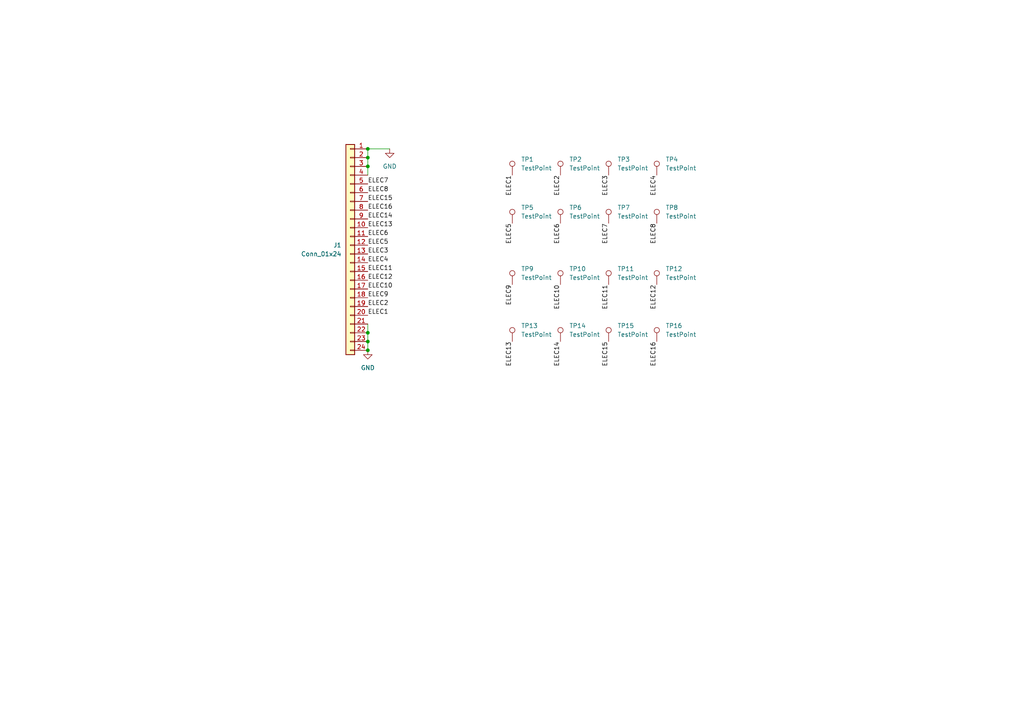
<source format=kicad_sch>
(kicad_sch (version 20231120) (generator "eeschema") (generator_version "8.0")
  (paper "A4")
  (lib_symbols
    (symbol "Connector:TestPoint" (pin_numbers hide) (pin_names (offset 0.762) hide)
      (property "Reference" "TP" (at 0 6.858 0))
      (property "Value" "TestPoint" (at 0 5.08 0))
      (symbol "TestPoint_0_1"
        (circle (center 0 3.302) (radius 0.762))
      )
      (symbol "TestPoint_1_1"
        (pin passive line (at 0 0 90) (length 2.54) (name "1") (number "1"))
      )
    )
    (symbol "Connector_Generic:Conn_01x24" (pin_names (offset 1.016) hide)
      (property "Reference" "J" (at 0 30.48 0))
      (property "Value" "Conn_01x24" (at 0 -33.02 0))
      (symbol "Conn_01x24_1_1"
        (rectangle (start -1.27 -30.353) (end 0 -30.607) (stroke (width 0.1524)))
        (rectangle (start -1.27 -27.813) (end 0 -28.067) (stroke (width 0.1524)))
        (rectangle (start -1.27 -25.273) (end 0 -25.527) (stroke (width 0.1524)))
        (rectangle (start -1.27 -22.733) (end 0 -22.987) (stroke (width 0.1524)))
        (rectangle (start -1.27 -20.193) (end 0 -20.447) (stroke (width 0.1524)))
        (rectangle (start -1.27 -17.653) (end 0 -17.907) (stroke (width 0.1524)))
        (rectangle (start -1.27 -15.113) (end 0 -15.367) (stroke (width 0.1524)))
        (rectangle (start -1.27 -12.573) (end 0 -12.827) (stroke (width 0.1524)))
        (rectangle (start -1.27 -10.033) (end 0 -10.287) (stroke (width 0.1524)))
        (rectangle (start -1.27 -7.493) (end 0 -7.747) (stroke (width 0.1524)))
        (rectangle (start -1.27 -4.953) (end 0 -5.207) (stroke (width 0.1524)))
        (rectangle (start -1.27 -2.413) (end 0 -2.667) (stroke (width 0.1524)))
        (rectangle (start -1.27 0.127) (end 0 -0.127) (stroke (width 0.1524)))
        (rectangle (start -1.27 2.667) (end 0 2.413) (stroke (width 0.1524)))
        (rectangle (start -1.27 5.207) (end 0 4.953) (stroke (width 0.1524)))
        (rectangle (start -1.27 7.747) (end 0 7.493) (stroke (width 0.1524)))
        (rectangle (start -1.27 10.287) (end 0 10.033) (stroke (width 0.1524)))
        (rectangle (start -1.27 12.827) (end 0 12.573) (stroke (width 0.1524)))
        (rectangle (start -1.27 15.367) (end 0 15.113) (stroke (width 0.1524)))
        (rectangle (start -1.27 17.907) (end 0 17.653) (stroke (width 0.1524)))
        (rectangle (start -1.27 20.447) (end 0 20.193) (stroke (width 0.1524)))
        (rectangle (start -1.27 22.987) (end 0 22.733) (stroke (width 0.1524)))
        (rectangle (start -1.27 25.527) (end 0 25.273) (stroke (width 0.1524)))
        (rectangle (start -1.27 28.067) (end 0 27.813) (stroke (width 0.1524)))
        (rectangle (start -1.27 29.21) (end 1.27 -31.75) (stroke (width 0.254)) (fill (type background)))
        (pin passive line (at -5.08 27.94 0) (length 3.81) (name "Pin_1") (number "1"))
        (pin passive line (at -5.08 5.08 0) (length 3.81) (name "Pin_10") (number "10"))
        (pin passive line (at -5.08 2.54 0) (length 3.81) (name "Pin_11") (number "11"))
        (pin passive line (at -5.08 0 0) (length 3.81) (name "Pin_12") (number "12"))
        (pin passive line (at -5.08 -2.54 0) (length 3.81) (name "Pin_13") (number "13"))
        (pin passive line (at -5.08 -5.08 0) (length 3.81) (name "Pin_14") (number "14"))
        (pin passive line (at -5.08 -7.62 0) (length 3.81) (name "Pin_15") (number "15"))
        (pin passive line (at -5.08 -10.16 0) (length 3.81) (name "Pin_16") (number "16"))
        (pin passive line (at -5.08 -12.7 0) (length 3.81) (name "Pin_17") (number "17"))
        (pin passive line (at -5.08 -15.24 0) (length 3.81) (name "Pin_18") (number "18"))
        (pin passive line (at -5.08 -17.78 0) (length 3.81) (name "Pin_19") (number "19"))
        (pin passive line (at -5.08 25.4 0) (length 3.81) (name "Pin_2") (number "2"))
        (pin passive line (at -5.08 -20.32 0) (length 3.81) (name "Pin_20") (number "20"))
        (pin passive line (at -5.08 -22.86 0) (length 3.81) (name "Pin_21") (number "21"))
        (pin passive line (at -5.08 -25.4 0) (length 3.81) (name "Pin_22") (number "22"))
        (pin passive line (at -5.08 -27.94 0) (length 3.81) (name "Pin_23") (number "23"))
        (pin passive line (at -5.08 -30.48 0) (length 3.81) (name "Pin_24") (number "24"))
        (pin passive line (at -5.08 22.86 0) (length 3.81) (name "Pin_3") (number "3"))
        (pin passive line (at -5.08 20.32 0) (length 3.81) (name "Pin_4") (number "4"))
        (pin passive line (at -5.08 17.78 0) (length 3.81) (name "Pin_5") (number "5"))
        (pin passive line (at -5.08 15.24 0) (length 3.81) (name "Pin_6") (number "6"))
        (pin passive line (at -5.08 12.7 0) (length 3.81) (name "Pin_7") (number "7"))
        (pin passive line (at -5.08 10.16 0) (length 3.81) (name "Pin_8") (number "8"))
        (pin passive line (at -5.08 7.62 0) (length 3.81) (name "Pin_9") (number "9"))
      )
    )
    (symbol "power:GND" (power) (pin_numbers hide) (pin_names (offset 0) hide)
      (property "Value" "GND" (at 0 -3.81 0))
      (symbol "GND_0_1"
        (polyline (pts (xy 0 0) (xy 0 -1.27) (xy 1.27 -1.27) (xy 0 -2.54) (xy -1.27 -1.27) (xy 0 -1.27)))
      )
      (symbol "GND_1_1"
        (pin power_in line (at 0 0 270) (length 0) (name "~") (number "1"))
      )
    )
  )
  (junction (at 106.68 99.06))
  (junction (at 106.68 96.52))
  (junction (at 106.68 43.18))
  (junction (at 106.68 101.6))
  (junction (at 106.68 48.26))
  (junction (at 106.68 45.72))
  (wire (pts (xy 106.68 48.26) (xy 106.68 50.8)))
  (wire (pts (xy 106.68 45.72) (xy 106.68 48.26)))
  (wire (pts (xy 106.68 93.98) (xy 106.68 96.52)))
  (wire (pts (xy 106.68 96.52) (xy 106.68 99.06)))
  (wire (pts (xy 106.68 43.18) (xy 113.03 43.18)))
  (wire (pts (xy 106.68 43.18) (xy 106.68 45.72)))
  (wire (pts (xy 106.68 99.06) (xy 106.68 101.6)))
  (label "ELEC4" (at 106.68 76.2 0))
  (label "ELEC16" (at 106.68 60.96 0))
  (label "ELEC1" (at 106.68 91.44 0))
  (label "ELEC9" (at 106.68 86.36 0))
  (label "ELEC2" (at 162.56 50.8 270))
  (label "ELEC16" (at 190.5 99.06 270))
  (label "ELEC12" (at 106.68 81.28 0))
  (label "ELEC9" (at 148.59 82.55 270))
  (label "ELEC10" (at 106.68 83.82 0))
  (label "ELEC10" (at 162.56 82.55 270))
  (label "ELEC13" (at 106.68 66.04 0))
  (label "ELEC6" (at 106.68 68.58 0))
  (label "ELEC13" (at 148.59 99.06 270))
  (label "ELEC3" (at 176.53 50.8 270))
  (label "ELEC8" (at 106.68 55.88 0))
  (label "ELEC7" (at 176.53 64.77 270))
  (label "ELEC11" (at 106.68 78.74 0))
  (label "ELEC14" (at 106.68 63.5 0))
  (label "ELEC1" (at 148.59 50.8 270))
  (label "ELEC5" (at 106.68 71.12 0))
  (label "ELEC5" (at 148.59 64.77 270))
  (label "ELEC8" (at 190.5 64.77 270))
  (label "ELEC4" (at 190.5 50.8 270))
  (label "ELEC6" (at 162.56 64.77 270))
  (label "ELEC2" (at 106.68 88.9 0))
  (label "ELEC15" (at 176.53 99.06 270))
  (label "ELEC12" (at 190.5 82.55 270))
  (label "ELEC15" (at 106.68 58.42 0))
  (label "ELEC3" (at 106.68 73.66 0))
  (label "ELEC14" (at 162.56 99.06 270))
  (label "ELEC11" (at 176.53 82.55 270))
  (label "ELEC7" (at 106.68 53.34 0))
  (symbol (lib_id "power:GND") (at 106.68 101.6 0) (unit 1)
    (property "Reference" "#PWR01" (effects (hide yes)))
    (property "Value" "GND" (at 106.68 106.68 0))
    (property "Description" "Power symbol creates a global label with name \"GND\" , ground" (effects (hide yes)))
  )
  (symbol (lib_id "Connector:TestPoint") (at 190.5 82.55 0) (unit 1)
    (property "Reference" "TP12" (at 193.04 77.9779 0) (effects (justify left)))
    (property "Value" "TestPoint" (at 193.04 80.5179 0) (effects (justify left)))
    (property "Footprint" "Harwin_SMD_Contact:S70-332002045R" (effects (hide yes)))
    (property "Description" "test point" (effects (hide yes)))
  )
  (symbol (lib_id "Connector:TestPoint") (at 176.53 82.55 0) (unit 1)
    (property "Reference" "TP11" (at 179.07 77.9779 0) (effects (justify left)))
    (property "Value" "TestPoint" (at 179.07 80.5179 0) (effects (justify left)))
    (property "Footprint" "Harwin_SMD_Contact:S70-332002045R" (effects (hide yes)))
    (property "Description" "test point" (effects (hide yes)))
  )
  (symbol (lib_id "Connector:TestPoint") (at 190.5 50.8 0) (unit 1)
    (property "Reference" "TP4" (at 193.04 46.2279 0) (effects (justify left)))
    (property "Value" "TestPoint" (at 193.04 48.7679 0) (effects (justify left)))
    (property "Footprint" "Harwin_SMD_Contact:S70-332002045R" (effects (hide yes)))
    (property "Description" "test point" (effects (hide yes)))
  )
  (symbol (lib_id "Connector:TestPoint") (at 176.53 50.8 0) (unit 1)
    (property "Reference" "TP3" (at 179.07 46.2279 0) (effects (justify left)))
    (property "Value" "TestPoint" (at 179.07 48.7679 0) (effects (justify left)))
    (property "Footprint" "Harwin_SMD_Contact:S70-332002045R" (effects (hide yes)))
    (property "Description" "test point" (effects (hide yes)))
  )
  (symbol (lib_id "power:GND") (at 113.03 43.18 0) (unit 1)
    (property "Reference" "#PWR02" (effects (hide yes)))
    (property "Value" "GND" (at 113.03 48.26 0))
    (property "Description" "Power symbol creates a global label with name \"GND\" , ground" (effects (hide yes)))
  )
  (symbol (lib_id "Connector:TestPoint") (at 190.5 99.06 0) (unit 1)
    (property "Reference" "TP16" (at 193.04 94.4879 0) (effects (justify left)))
    (property "Value" "TestPoint" (at 193.04 97.0279 0) (effects (justify left)))
    (property "Footprint" "Harwin_SMD_Contact:S70-332002045R" (effects (hide yes)))
    (property "Description" "test point" (effects (hide yes)))
  )
  (symbol (lib_id "Connector:TestPoint") (at 162.56 64.77 0) (unit 1)
    (property "Reference" "TP6" (at 165.1 60.1979 0) (effects (justify left)))
    (property "Value" "TestPoint" (at 165.1 62.7379 0) (effects (justify left)))
    (property "Footprint" "Harwin_SMD_Contact:S70-332002045R" (effects (hide yes)))
    (property "Description" "test point" (effects (hide yes)))
  )
  (symbol (lib_id "Connector_Generic:Conn_01x24") (at 101.6 71.12 0) (mirror y) (unit 1)
    (property "Reference" "J1" (at 99.06 71.1199 0) (effects (justify left)))
    (property "Value" "Conn_01x24" (at 99.06 73.6599 0) (effects (justify left)))
    (property "Footprint" "hlord2000-Connector_FFC-FPC:FPC-1x24_P0.5mm_W8.5mm_H1.0mm" (effects (hide yes)))
    (property "Description" "Generic connector, single row, 01x24, script generated (kicad-library-utils/schlib/autogen/connector/)" (effects (hide yes)))
  )
  (symbol (lib_id "Connector:TestPoint") (at 162.56 99.06 0) (unit 1)
    (property "Reference" "TP14" (at 165.1 94.4879 0) (effects (justify left)))
    (property "Value" "TestPoint" (at 165.1 97.0279 0) (effects (justify left)))
    (property "Footprint" "Harwin_SMD_Contact:S70-332002045R" (effects (hide yes)))
    (property "Description" "test point" (effects (hide yes)))
  )
  (symbol (lib_id "Connector:TestPoint") (at 148.59 50.8 0) (unit 1)
    (property "Reference" "TP1" (at 151.13 46.2279 0) (effects (justify left)))
    (property "Value" "TestPoint" (at 151.13 48.7679 0) (effects (justify left)))
    (property "Footprint" "Harwin_SMD_Contact:S70-332002045R" (effects (hide yes)))
    (property "Description" "test point" (effects (hide yes)))
  )
  (symbol (lib_id "Connector:TestPoint") (at 148.59 99.06 0) (unit 1)
    (property "Reference" "TP13" (at 151.13 94.4879 0) (effects (justify left)))
    (property "Value" "TestPoint" (at 151.13 97.0279 0) (effects (justify left)))
    (property "Footprint" "Harwin_SMD_Contact:S70-332002045R" (effects (hide yes)))
    (property "Description" "test point" (effects (hide yes)))
  )
  (symbol (lib_id "Connector:TestPoint") (at 162.56 50.8 0) (unit 1)
    (property "Reference" "TP2" (at 165.1 46.2279 0) (effects (justify left)))
    (property "Value" "TestPoint" (at 165.1 48.7679 0) (effects (justify left)))
    (property "Footprint" "Harwin_SMD_Contact:S70-332002045R" (effects (hide yes)))
    (property "Description" "test point" (effects (hide yes)))
  )
  (symbol (lib_id "Connector:TestPoint") (at 176.53 99.06 0) (unit 1)
    (property "Reference" "TP15" (at 179.07 94.4879 0) (effects (justify left)))
    (property "Value" "TestPoint" (at 179.07 97.0279 0) (effects (justify left)))
    (property "Footprint" "Harwin_SMD_Contact:S70-332002045R" (effects (hide yes)))
    (property "Description" "test point" (effects (hide yes)))
  )
  (symbol (lib_id "Connector:TestPoint") (at 148.59 82.55 0) (unit 1)
    (property "Reference" "TP9" (at 151.13 77.9779 0) (effects (justify left)))
    (property "Value" "TestPoint" (at 151.13 80.5179 0) (effects (justify left)))
    (property "Footprint" "Harwin_SMD_Contact:S70-332002045R" (effects (hide yes)))
    (property "Description" "test point" (effects (hide yes)))
  )
  (symbol (lib_id "Connector:TestPoint") (at 162.56 82.55 0) (unit 1)
    (property "Reference" "TP10" (at 165.1 77.9779 0) (effects (justify left)))
    (property "Value" "TestPoint" (at 165.1 80.5179 0) (effects (justify left)))
    (property "Footprint" "Harwin_SMD_Contact:S70-332002045R" (effects (hide yes)))
    (property "Description" "test point" (effects (hide yes)))
  )
  (symbol (lib_id "Connector:TestPoint") (at 148.59 64.77 0) (unit 1)
    (property "Reference" "TP5" (at 151.13 60.1979 0) (effects (justify left)))
    (property "Value" "TestPoint" (at 151.13 62.7379 0) (effects (justify left)))
    (property "Footprint" "Harwin_SMD_Contact:S70-332002045R" (effects (hide yes)))
    (property "Description" "test point" (effects (hide yes)))
  )
  (symbol (lib_id "Connector:TestPoint") (at 190.5 64.77 0) (unit 1)
    (property "Reference" "TP8" (at 193.04 60.1979 0) (effects (justify left)))
    (property "Value" "TestPoint" (at 193.04 62.7379 0) (effects (justify left)))
    (property "Footprint" "Harwin_SMD_Contact:S70-332002045R" (effects (hide yes)))
    (property "Description" "test point" (effects (hide yes)))
  )
  (symbol (lib_id "Connector:TestPoint") (at 176.53 64.77 0) (unit 1)
    (property "Reference" "TP7" (at 179.07 60.1979 0) (effects (justify left)))
    (property "Value" "TestPoint" (at 179.07 62.7379 0) (effects (justify left)))
    (property "Footprint" "Harwin_SMD_Contact:S70-332002045R" (effects (hide yes)))
    (property "Description" "test point" (effects (hide yes)))
  )
)
</source>
